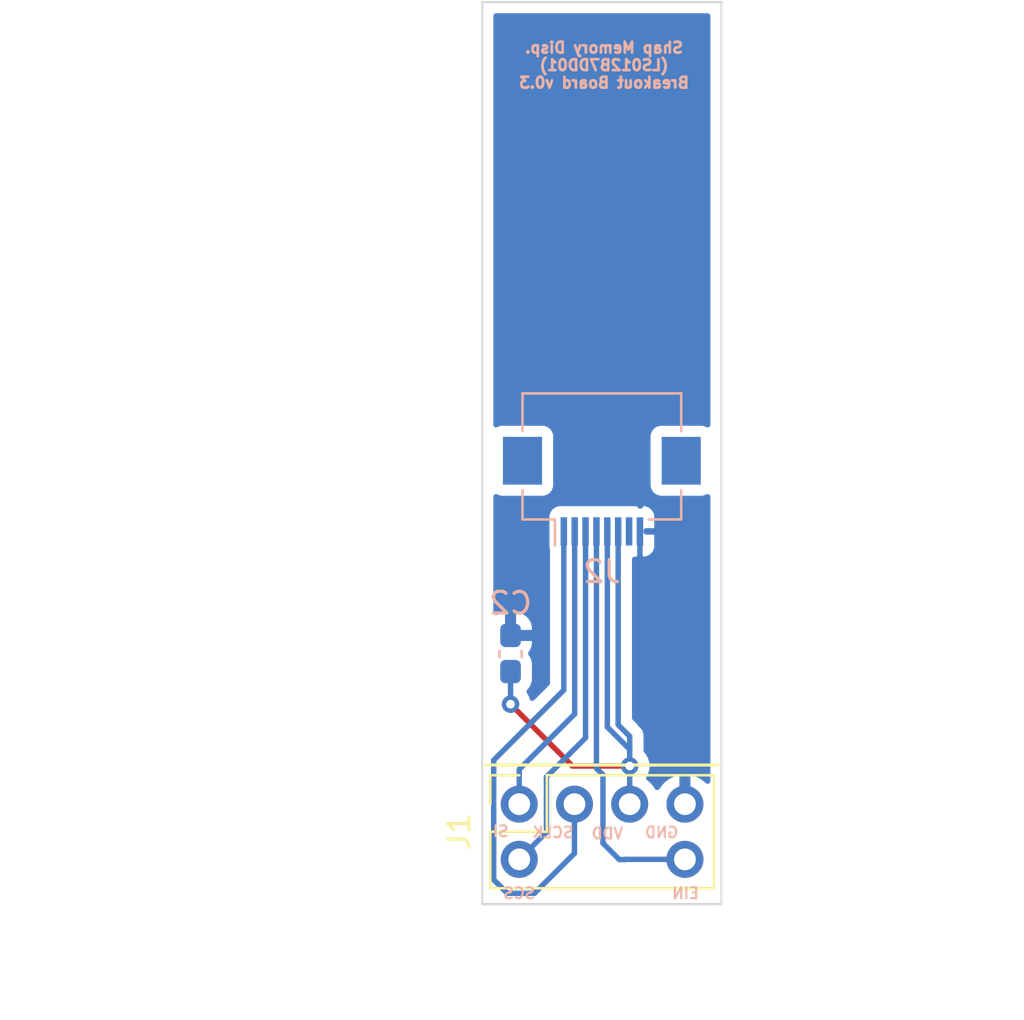
<source format=kicad_pcb>
(kicad_pcb (version 20211014) (generator pcbnew)
  (layers (0 "F.Cu" signal) (31 "B.Cu" signal) (34 "B.Paste" user) (35 "F.Paste" user) (36 "B.SilkS" user "B.Silkscreen") (37 "F.SilkS" user "F.Silkscreen") (38 "B.Mask" user) (39 "F.Mask" user) (44 "Edge.Cuts" user))
  (net 0 "")
  (net 1 "VDD")
  (net 2 "GND")
  (net 3 "SI")
  (net 4 "SCLK")
  (net 5 "SCS")
  (net 6 "EXTCOMIN")
  (footprint "_mem_disp_ls012b7dd01:PinSocket_1x04_1x02_P2.54mm_Vertical" (layer "F.Cu") (at 51.7 87.4 90)
    (fp_text reference "J1" (at -1.27 -2.77 90) (layer "F.SilkS"))
    (fp_text value "Pin Header")
    (fp_line (start -1.27 -1.33) (end -1.27 1.27) (layer "F.SilkS") (width 0.12))
    (fp_line (start -3.87 -1.33) (end -3.87 8.95) (layer "F.SilkS") (width 0.12))
    (fp_line (start -3.87 -1.33) (end -1.27 -1.33) (layer "F.SilkS") (width 0.12))
    (fp_line (start -1.27 1.27) (end 1.33 1.27) (layer "F.SilkS") (width 0.12))
    (fp_line (start 0 -1.33) (end 1.33 -1.33) (layer "F.SilkS") (width 0.12))
    (fp_line (start 1.33 -1.33) (end 1.33 0) (layer "F.SilkS") (width 0.12))
    (fp_line (start -3.87 8.95) (end 1.33 8.95) (layer "F.SilkS") (width 0.12))
    (fp_line (start 1.33 1.27) (end 1.33 8.95) (layer "F.SilkS") (width 0.12))
    (pad "1" thru_hole circle (at 0 0 90) (size 1.7 1.7) (drill 1) (layers *.Cu *.Mask) (net 3 "SI"))
    (pad "2" thru_hole oval (at 0 2.54 90) (size 1.7 1.7) (drill 1) (layers *.Cu *.Mask) (net 4 "SCLK"))
    (pad "3" thru_hole oval (at 0 5.08 90) (size 1.7 1.7) (drill 1) (layers *.Cu *.Mask) (net 1 "VDD"))
    (pad "4" thru_hole oval (at 0 7.62 90) (size 1.7 1.7) (drill 1) (layers *.Cu *.Mask) (net 2 "GND"))
    (pad "5" thru_hole oval (at -2.54 0 90) (size 1.7 1.7) (drill 1) (layers *.Cu *.Mask) (net 5 "SCS"))
    (pad "6" thru_hole oval (at -2.54 7.62 90) (size 1.7 1.7) (drill 1) (layers *.Cu *.Mask) (net 6 "EXTCOMIN"))
  )
  (footprint "Capacitor_SMD:C_0603_1608Metric_Pad1.08x0.95mm_HandSolder" (layer "B.Cu") (at 51.3 80.5 90)
    (fp_text reference "C2" (at 2.35 0 180) (layer "B.SilkS") (effects (justify mirror)))
    (fp_text value "2.0uF" hide)
    (fp_line (start -0.146267 -0.51) (end 0.146267 -0.51) (layer "B.SilkS") (width 0.12))
    (fp_line (start -0.146267 0.51) (end 0.146267 0.51) (layer "B.SilkS") (width 0.12))
    (pad "1" smd roundrect (at -0.8 0 90) (size 1.075 0.95) (layers "B.Cu" "B.Paste" "B.Mask") (net 1 "VDD"))
    (pad "2" smd roundrect (at 0.8625 0 90) (size 1.075 0.95) (layers "B.Cu" "B.Paste" "B.Mask") (net 2 "GND"))
  )
  (footprint "Connector_FFC-FPC:Hirose_FH12-8S-0.5SH_1x08-1MP_P0.50mm_Horizontal" (layer "B.Cu") (at 55.5 73)
    (fp_text reference "J2" (at 0 3.7) (layer "B.SilkS") (effects (justify mirror)))
    (fp_text value "FCP Connector")
    (fp_line (start -2.16 1.3) (end -2.16 2.5) (layer "B.SilkS") (width 0.12))
    (fp_line (start -3.65 -2.76) (end -3.65 -4.5) (layer "B.SilkS") (width 0.12))
    (fp_line (start 3.65 -4.5) (end 3.65 -2.76) (layer "B.SilkS") (width 0.12))
    (fp_line (start -3.65 -4.5) (end 3.65 -4.5) (layer "B.SilkS") (width 0.12))
    (fp_line (start -2.16 1.3) (end -3.65 1.3) (layer "B.SilkS") (width 0.12))
    (fp_line (start 2.16 1.3) (end 3.65 1.3) (layer "B.SilkS") (width 0.12))
    (fp_line (start -3.65 1.3) (end -3.65 -0.04) (layer "B.SilkS") (width 0.12))
    (fp_line (start 3.65 1.3) (end 3.65 -0.04) (layer "B.SilkS") (width 0.12))
    (pad "1" smd rect (at -1.75 1.85) (size 0.3 1.3) (layers "B.Cu" "B.Paste" "B.Mask") (net 4 "SCLK"))
    (pad "2" smd rect (at -1.25 1.85) (size 0.3 1.3) (layers "B.Cu" "B.Paste" "B.Mask") (net 3 "SI"))
    (pad "3" smd rect (at -0.75 1.85) (size 0.3 1.3) (layers "B.Cu" "B.Paste" "B.Mask") (net 5 "SCS"))
    (pad "4" smd rect (at -0.25 1.85) (size 0.3 1.3) (layers "B.Cu" "B.Paste" "B.Mask") (net 6 "EXTCOMIN"))
    (pad "5" smd rect (at 0.25 1.85) (size 0.3 1.3) (layers "B.Cu" "B.Paste" "B.Mask") (net 1 "VDD"))
    (pad "6" smd rect (at 0.75 1.85) (size 0.3 1.3) (layers "B.Cu" "B.Paste" "B.Mask") (net 1 "VDD"))
    (pad "7" smd rect (at 1.25 1.85) (size 0.3 1.3) (layers "B.Cu" "B.Paste" "B.Mask"))
    (pad "8" smd rect (at 1.75 1.85) (size 0.3 1.3) (layers "B.Cu" "B.Paste" "B.Mask") (net 2 "GND"))
    (pad "MP" smd rect (at 3.65 -1.4) (size 1.8 2.2) (layers "B.Cu" "B.Paste" "B.Mask"))
    (pad "MP" smd rect (at -3.65 -1.4) (size 1.8 2.2) (layers "B.Cu" "B.Paste" "B.Mask"))
  )
  (gr_line (start 50.15 85.6) (end 60.85 85.6) (layer "F.SilkS") (width 0.15))
  (gr_line (start 61 50.5) (end 50 50.5) (layer "Edge.Cuts") (width 0.1))
  (gr_line (start 50 50.5) (end 50 92) (layer "Edge.Cuts") (width 0.1))
  (gr_line (start 61 92) (end 61 50.5) (layer "Edge.Cuts") (width 0.1))
  (gr_line (start 50 92) (end 61 92) (layer "Edge.Cuts") (width 0.1))
  (gr_text "Shap Memory Disp.\n(LS012B7DD01)\nBreakout Board v0.3" (at 55.6 53.4) (layer "B.SilkS") (effects (font (size 0.5 0.5) (thickness 0.125)) (justify mirror)))
  (gr_text "EIN" (at 59.35 91.5) (layer "B.SilkS") (effects (font (size 0.5 0.5) (thickness 0.1)) (justify mirror)))
  (gr_text "SCS" (at 51.7 91.5) (layer "B.SilkS") (effects (font (size 0.5 0.5) (thickness 0.1)) (justify mirror)))
  (gr_text "SCLK" (at 53.25 88.7) (layer "B.SilkS") (effects (font (size 0.5 0.5) (thickness 0.1)) (justify mirror)))
  (gr_text "VDD" (at 55.75 88.75) (layer "B.SilkS") (effects (font (size 0.5 0.5) (thickness 0.1)) (justify mirror)))
  (gr_text "GND" (at 58.25 88.7) (layer "B.SilkS") (effects (font (size 0.5 0.5) (thickness 0.1)) (justify mirror)))
  (gr_text "SI" (at 50.85 88.65) (layer "B.SilkS") (effects (font (size 0.5 0.5) (thickness 0.1)) (justify mirror)))
  (segment (start 54.145 85.645) (end 51.3 82.8) (width 0.25) (layer "F.Cu") (net 1))
  (segment (start 56.78 85.645) (end 54.145 85.645) (width 0.25) (layer "F.Cu") (net 1))
  (via (at 51.3 82.8) (size 0.8) (drill 0.4) (layers "F.Cu" "B.Cu") (net 1))
  (via (at 56.78 85.645) (size 0.8) (drill 0.4) (layers "F.Cu" "B.Cu") (net 1))
  (segment (start 55.75 83.85) (end 55.75 74.85) (width 0.25) (layer "B.Cu") (net 1))
  (segment (start 56.78 85.645) (end 56.78 85.13) (width 0.25) (layer "B.Cu") (net 1))
  (segment (start 56.78 85.75) (end 56.78 85.645) (width 0.25) (layer "B.Cu") (net 1))
  (segment (start 56.78 84.88) (end 55.75 83.85) (width 0.25) (layer "B.Cu") (net 1))
  (segment (start 51.3 82.8) (end 51.3 81.3) (width 0.25) (layer "B.Cu") (net 1))
  (segment (start 56.25 83.75) (end 56.25 74.85) (width 0.25) (layer "B.Cu") (net 1))
  (segment (start 56.78 85.75) (end 56.78 87.4) (width 0.25) (layer "B.Cu") (net 1))
  (segment (start 56.78 84.88) (end 56.78 84.28) (width 0.25) (layer "B.Cu") (net 1))
  (segment (start 56.78 84.28) (end 56.25 83.75) (width 0.25) (layer "B.Cu") (net 1))
  (segment (start 56.78 85.13) (end 56.78 84.88) (width 0.25) (layer "B.Cu") (net 1))
  (segment (start 59.32 85.77) (end 57.25 83.7) (width 0.25) (layer "B.Cu") (net 2))
  (segment (start 57.25 83.7) (end 57.25 74.85) (width 0.25) (layer "B.Cu") (net 2))
  (segment (start 59.32 87.4) (end 59.32 85.77) (width 0.25) (layer "B.Cu") (net 2))
  (segment (start 54.25 83.25) (end 54.25 74.85) (width 0.25) (layer "B.Cu") (net 3))
  (segment (start 51.7 87.4) (end 51.7 85.8) (width 0.25) (layer "B.Cu") (net 3))
  (segment (start 51.7 85.8) (end 54.25 83.25) (width 0.25) (layer "B.Cu") (net 3))
  (segment (start 54.24 87.4) (end 54.24 89.66) (width 0.25) (layer "B.Cu") (net 4))
  (segment (start 52.4 91.5) (end 51.15 91.5) (width 0.25) (layer "B.Cu") (net 4))
  (segment (start 53.75 82.15) (end 53.75 74.85) (width 0.25) (layer "B.Cu") (net 4))
  (segment (start 50.525489 85.374511) (end 53.75 82.15) (width 0.25) (layer "B.Cu") (net 4))
  (segment (start 51.15 91.5) (end 50.525489 90.875489) (width 0.25) (layer "B.Cu") (net 4))
  (segment (start 54.24 89.66) (end 52.4 91.5) (width 0.25) (layer "B.Cu") (net 4))
  (segment (start 50.525489 90.875489) (end 50.525489 85.374511) (width 0.25) (layer "B.Cu") (net 4))
  (segment (start 52.95 88.69) (end 52.95 86.15) (width 0.25) (layer "B.Cu") (net 5))
  (segment (start 52.95 86.15) (end 54.75 84.35) (width 0.25) (layer "B.Cu") (net 5))
  (segment (start 51.7 89.94) (end 52.95 88.69) (width 0.25) (layer "B.Cu") (net 5))
  (segment (start 54.75 84.35) (end 54.75 74.85) (width 0.25) (layer "B.Cu") (net 5))
  (segment (start 59.32 89.94) (end 56.56 89.94) (width 0.25) (layer "B.Cu") (net 6))
  (segment (start 55.55 86.05) (end 55.25 85.75) (width 0.25) (layer "B.Cu") (net 6))
  (segment (start 55.25 85.75) (end 55.25 74.85) (width 0.25) (layer "B.Cu") (net 6))
  (segment (start 56.56 89.94) (end 56.55 89.95) (width 0.25) (layer "B.Cu") (net 6))
  (segment (start 55.55 89.2) (end 55.55 86.05) (width 0.25) (layer "B.Cu") (net 6))
  (segment (start 56.55 89.95) (end 56.3 89.95) (width 0.25) (layer "B.Cu") (net 6))
  (segment (start 56.3 89.95) (end 55.55 89.2) (width 0.25) (layer "B.Cu") (net 6))
  (zone (net 2) (net_name "GND") (layer "B.Cu") (connect_pads (clearance 0.508)) (min_thickness 0.254) (fill yes (thermal_gap 0.508) (thermal_bridge_width 0.508))
    (polygon (pts (xy 61.1 92.1) (xy 49.9 92.1) (xy 49.9 50.4) (xy 61.1 50.4)))
  )
)
</source>
